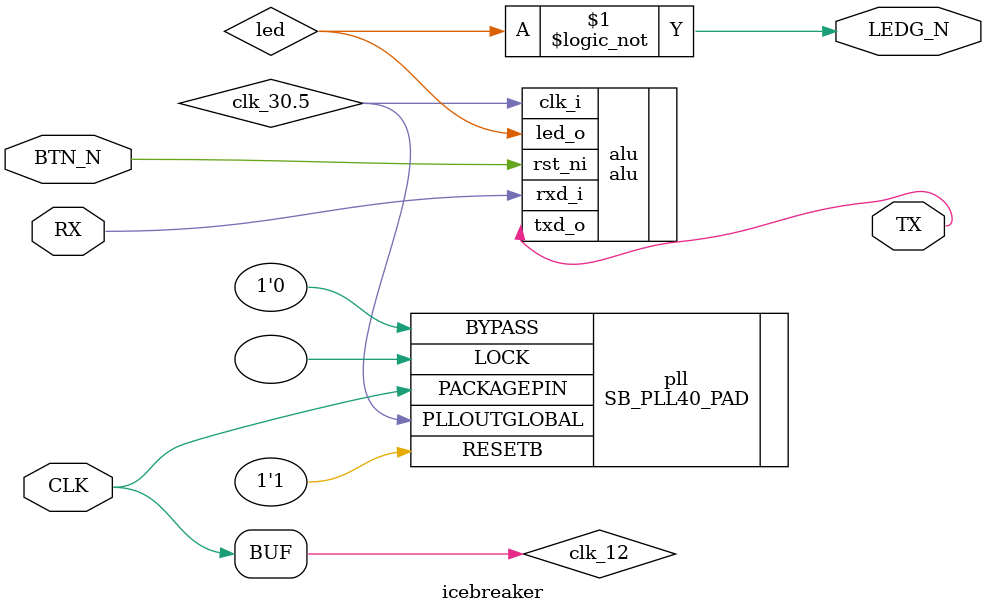
<source format=v>
module icebreaker (
    input  wire CLK,      // 12MHz clock input
    input  wire BTN_N,    // Reset button
    input  wire RX,       // UART RX
    output wire TX,       // UART TX
    output wire LEDG_N
);

    wire clk_12 = CLK;
    wire clk_30.5;

    wire led;
    assign LEDG_N = !led;

    // https://www.desmos.com/calculator/tbvv5cego6
    // icepll -i 12 -o 30.5

    SB_PLL40_PAD #(
        .FEEDBACK_PATH("SIMPLE"),
        .DIVR(4'd0),
        .DIVF(7'd80),
        .DIVQ(3'd5),
        .FILTER_RANGE(3'd1)
    ) pll (
        .LOCK(),
        .RESETB(1'b1),
        .BYPASS(1'b0),
        .PACKAGEPIN(CLK),
        .PLLOUTGLOBAL(clk_30.5),
    );

    // ALU instance
    alu alu (
        .clk_i   (clk_30.5),
        .rst_ni  (BTN_N),
        .rxd_i   (RX),
        .txd_o   (TX),
        .led_o(led)
    );

endmodule

</source>
